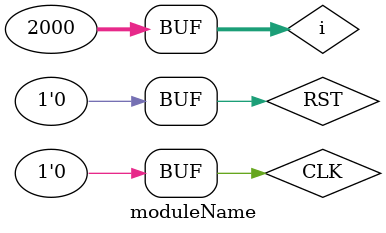
<source format=v>
module moduleName ();

reg CLK;
wire [31:0] OUT;
reg RST;
integer i;
SingleCpu SingleCpu1 (.CLK(CLK), .RST(RST), .OUT(OUT));

initial begin
    RST = 1;
    CLK = 0;
    #50;
    CLK = 1;
    #50
    RST = 0;
    CLK = 0;
    #50
    for(i=0; i<2000; i=i+1) begin
        CLK = 1;
        #50
        CLK = 0;
        #50;
    end


end


// always begin
//     #6 CLK=0;
//     #4 CLK=1;
// end

    
endmodule
</source>
